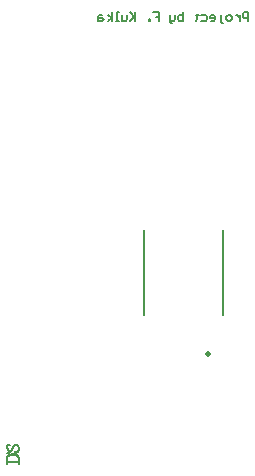
<source format=gbo>
G04*
G04 #@! TF.GenerationSoftware,Altium Limited,Altium Designer,24.6.1 (21)*
G04*
G04 Layer_Color=32896*
%FSLAX42Y42*%
%MOMM*%
G71*
G04*
G04 #@! TF.SameCoordinates,A6C07601-EB4F-4E80-B680-5A307C7D7090*
G04*
G04*
G04 #@! TF.FilePolarity,Positive*
G04*
G01*
G75*
%ADD11C,0.20*%
%ADD13C,0.50*%
%ADD15C,0.15*%
D11*
X2796Y2091D02*
Y2811D01*
X2131Y2091D02*
Y2811D01*
D13*
X2671Y1765D02*
D03*
D15*
X3011Y4585D02*
Y4655D01*
X2976D01*
X2964Y4643D01*
Y4620D01*
X2976Y4608D01*
X3011D01*
X2941Y4632D02*
Y4585D01*
Y4608D01*
X2929Y4620D01*
X2917Y4632D01*
X2906D01*
X2859Y4585D02*
X2836D01*
X2824Y4597D01*
Y4620D01*
X2836Y4632D01*
X2859D01*
X2871Y4620D01*
Y4597D01*
X2859Y4585D01*
X2801Y4562D02*
X2789D01*
X2777Y4573D01*
Y4632D01*
X2696Y4585D02*
X2719D01*
X2731Y4597D01*
Y4620D01*
X2719Y4632D01*
X2696D01*
X2684Y4620D01*
Y4608D01*
X2731D01*
X2614Y4632D02*
X2649D01*
X2661Y4620D01*
Y4597D01*
X2649Y4585D01*
X2614D01*
X2579Y4643D02*
Y4632D01*
X2591D01*
X2567D01*
X2579D01*
Y4597D01*
X2567Y4585D01*
X2462Y4655D02*
Y4585D01*
X2427D01*
X2416Y4597D01*
Y4608D01*
Y4620D01*
X2427Y4632D01*
X2462D01*
X2392D02*
Y4597D01*
X2381Y4585D01*
X2346D01*
Y4573D01*
X2357Y4562D01*
X2369D01*
X2346Y4585D02*
Y4632D01*
X2206Y4655D02*
X2252D01*
Y4620D01*
X2229D01*
X2252D01*
Y4585D01*
X2182D02*
Y4597D01*
X2171D01*
Y4585D01*
X2182D01*
X2054Y4655D02*
Y4585D01*
Y4608D01*
X2008Y4655D01*
X2043Y4620D01*
X2008Y4585D01*
X1984Y4632D02*
Y4597D01*
X1973Y4585D01*
X1938D01*
Y4632D01*
X1914Y4585D02*
X1891D01*
X1903D01*
Y4655D01*
X1914D01*
X1856Y4585D02*
Y4655D01*
Y4608D02*
X1821Y4632D01*
X1856Y4608D02*
X1821Y4585D01*
X1774Y4632D02*
X1751D01*
X1739Y4620D01*
Y4585D01*
X1774D01*
X1786Y4597D01*
X1774Y4608D01*
X1739D01*
X1067Y848D02*
X968D01*
X1067Y853D02*
X968D01*
X1067Y834D02*
Y882D01*
X1063Y896D01*
X1053Y905D01*
X1044Y910D01*
X1029Y915D01*
X1006D01*
X991Y910D01*
X982Y905D01*
X972Y896D01*
X968Y882D01*
Y834D01*
X1067Y882D02*
X1063Y891D01*
X1053Y901D01*
X1044Y905D01*
X1029Y910D01*
X1006D01*
X991Y905D01*
X982Y901D01*
X972Y891D01*
X968Y882D01*
X1048Y933D02*
X1044Y938D01*
X1039Y933D01*
X1044Y928D01*
X1048D01*
X1058Y933D01*
X1063Y938D01*
X1067Y952D01*
Y971D01*
X1063Y985D01*
X1058Y990D01*
X1048Y995D01*
X1039D01*
X1029Y990D01*
X1020Y976D01*
X1010Y952D01*
X1006Y942D01*
X996Y933D01*
X982Y928D01*
X968D01*
X1067Y971D02*
X1063Y981D01*
X1058Y985D01*
X1048Y990D01*
X1039D01*
X1029Y985D01*
X1020Y971D01*
X1010Y952D01*
X977Y928D02*
X982Y933D01*
Y942D01*
X972Y966D01*
Y981D01*
X977Y990D01*
X982Y995D01*
X991D01*
X982Y942D02*
X968Y966D01*
Y985D01*
X972Y990D01*
X982Y995D01*
M02*

</source>
